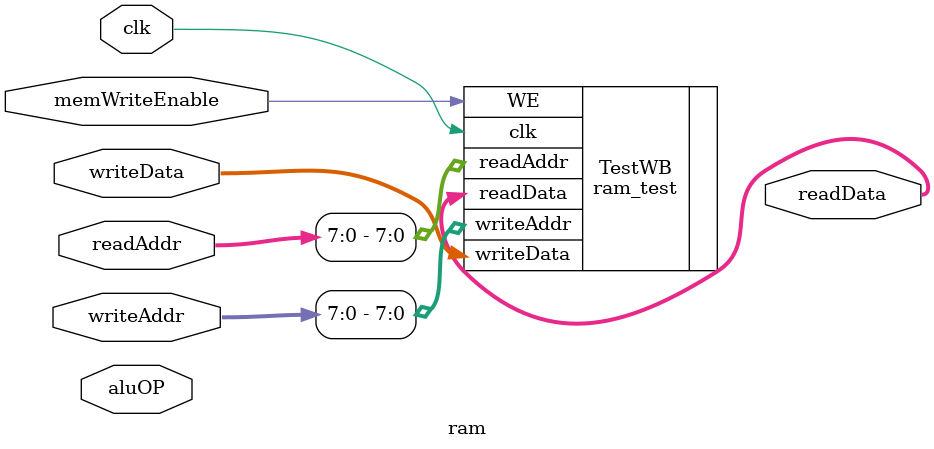
<source format=v>
module ram (
    input clk,
    input memWriteEnable,
    input [1 : 0] aluOP,
    input [31 : 0] writeAddr,
    input [31 : 0] writeData,
 
    input [31 : 0] readAddr,
    output [31 : 0] readData
);

// import "DPI-C" function int pmem_read(input int addr, input int len);
// import "DPI-C" function void pmem_write(input int addr, input int data, input int len);

/*

always @(posedge clk) begin
    if(memWriteEnable) pmem_write(writeAddr, writeData, aluOP);
end


assign readData = pmem_read(readAddr, aluOP);

*/

ram_test TestWB(
    .clk(clk),
    .WE(memWriteEnable),
    .writeAddr(writeAddr[7 : 0]),
    .writeData(writeData),
    .readAddr(readAddr[7 : 0]),
    .readData(readData)
);

endmodule

</source>
